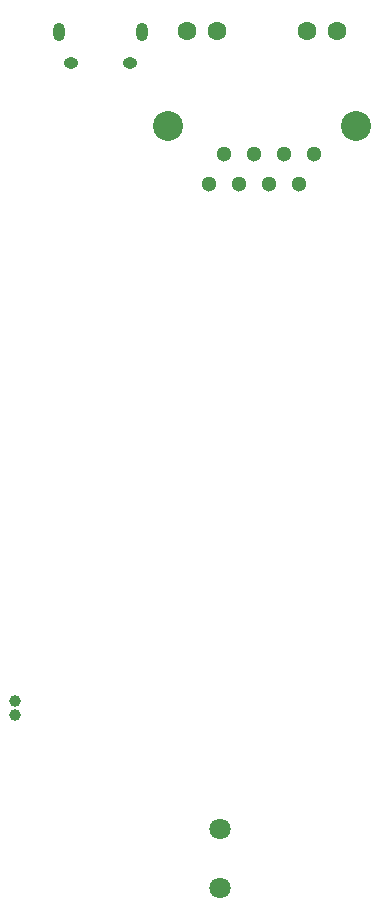
<source format=gbp>
%TF.GenerationSoftware,KiCad,Pcbnew,(6.0.8-1)-1*%
%TF.CreationDate,2022-11-24T03:44:55+08:00*%
%TF.ProjectId,CCTV3_F407_REV200,43435456-335f-4463-9430-375f52455632,rev?*%
%TF.SameCoordinates,Original*%
%TF.FileFunction,Paste,Bot*%
%TF.FilePolarity,Positive*%
%FSLAX46Y46*%
G04 Gerber Fmt 4.6, Leading zero omitted, Abs format (unit mm)*
G04 Created by KiCad (PCBNEW (6.0.8-1)-1) date 2022-11-24 03:44:55*
%MOMM*%
%LPD*%
G01*
G04 APERTURE LIST*
%ADD10C,1.000000*%
%ADD11C,1.800000*%
%ADD12O,1.000000X1.550000*%
%ADD13O,1.250000X0.950000*%
%ADD14C,1.300000*%
%ADD15C,1.600000*%
%ADD16C,2.540000*%
G04 APERTURE END LIST*
D10*
X58800000Y-79400000D03*
X58800000Y-80650000D03*
D11*
X76200000Y-90300000D03*
X76200000Y-95300000D03*
D12*
X69537500Y-22750000D03*
X62537500Y-22750000D03*
D13*
X68537500Y-25450000D03*
X63537500Y-25450000D03*
D14*
X84140000Y-33160000D03*
X82880000Y-35700000D03*
X81600000Y-33160000D03*
X80340000Y-35700000D03*
X79070000Y-33160000D03*
X77800000Y-35700000D03*
X76530000Y-33160000D03*
X75260000Y-35700000D03*
D15*
X86030000Y-22700000D03*
X83490000Y-22700000D03*
X75920000Y-22700000D03*
X73380000Y-22700000D03*
D16*
X87650000Y-30710000D03*
X71750000Y-30710000D03*
M02*

</source>
